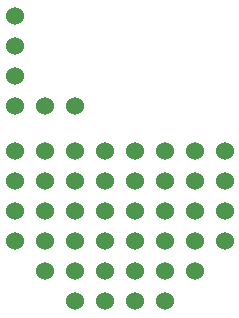
<source format=gbs>
G04 (created by PCBNEW (2013-07-07 BZR 4022)-stable) date 2/6/2015 4:46:30 PM*
%MOIN*%
G04 Gerber Fmt 3.4, Leading zero omitted, Abs format*
%FSLAX34Y34*%
G01*
G70*
G90*
G04 APERTURE LIST*
%ADD10C,0.00590551*%
%ADD11C,0.06*%
G04 APERTURE END LIST*
G54D10*
G54D11*
X84156Y-51928D03*
X85156Y-51928D03*
X86156Y-51928D03*
X87156Y-51928D03*
X88156Y-50928D03*
X87156Y-50928D03*
X85156Y-50928D03*
X86156Y-50928D03*
X83156Y-50928D03*
X84156Y-50928D03*
X88156Y-48928D03*
X89156Y-48928D03*
X85156Y-48928D03*
X84156Y-48928D03*
X86156Y-48928D03*
X87156Y-48928D03*
X83156Y-48928D03*
X82156Y-48928D03*
X82156Y-49928D03*
X83156Y-49928D03*
X87156Y-49928D03*
X86156Y-49928D03*
X84156Y-49928D03*
X85156Y-49928D03*
X88156Y-49928D03*
X89156Y-49928D03*
X88156Y-47928D03*
X89156Y-47928D03*
X85156Y-47928D03*
X84156Y-47928D03*
X86156Y-47928D03*
X87156Y-47928D03*
X83156Y-47928D03*
X82156Y-47928D03*
X87156Y-46928D03*
X86156Y-46928D03*
X84156Y-46928D03*
X85156Y-46928D03*
X88156Y-46928D03*
X82156Y-45428D03*
X82156Y-44428D03*
X82156Y-42428D03*
X82156Y-43428D03*
X84156Y-45428D03*
X82156Y-46928D03*
X83156Y-46928D03*
X89156Y-46928D03*
X83156Y-45428D03*
M02*

</source>
